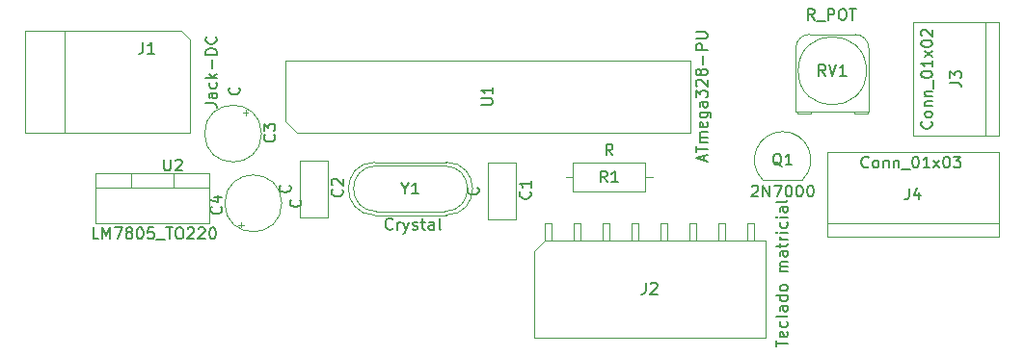
<source format=gbr>
%TF.GenerationSoftware,KiCad,Pcbnew,(5.1.9)-1*%
%TF.CreationDate,2021-03-27T12:54:39-03:00*%
%TF.ProjectId,layout3,6c61796f-7574-4332-9e6b-696361645f70,rev?*%
%TF.SameCoordinates,Original*%
%TF.FileFunction,Other,Fab,Top*%
%FSLAX46Y46*%
G04 Gerber Fmt 4.6, Leading zero omitted, Abs format (unit mm)*
G04 Created by KiCad (PCBNEW (5.1.9)-1) date 2021-03-27 12:54:39*
%MOMM*%
%LPD*%
G01*
G04 APERTURE LIST*
%ADD10C,0.100000*%
%ADD11C,0.150000*%
G04 APERTURE END LIST*
D10*
%TO.C,J1*%
X83054787Y-70678575D02*
X83858000Y-71434000D01*
X72858000Y-70684000D02*
X72858000Y-79684000D01*
X69358000Y-70684000D02*
X69358000Y-79684000D01*
X69358000Y-79684000D02*
X83858000Y-79684000D01*
X83858000Y-79684000D02*
X83858000Y-71434000D01*
X83058000Y-70684000D02*
X69358000Y-70684000D01*
%TO.C,C4*%
X91908000Y-85872000D02*
G75*
G03*
X91908000Y-85872000I-2500000J0D01*
G01*
X88320500Y-88005605D02*
X88320500Y-87505605D01*
X88070500Y-87755605D02*
X88570500Y-87755605D01*
%TO.C,R1*%
X116840000Y-83566000D02*
X117500000Y-83566000D01*
X124460000Y-83566000D02*
X123800000Y-83566000D01*
X117500000Y-84816000D02*
X123800000Y-84816000D01*
X117500000Y-82316000D02*
X117500000Y-84816000D01*
X123800000Y-82316000D02*
X117500000Y-82316000D01*
X123800000Y-84816000D02*
X123800000Y-82316000D01*
%TO.C,Q1*%
X134120000Y-83792000D02*
X137620000Y-83792000D01*
X137643625Y-83795625D02*
G75*
G03*
X135890000Y-79562000I-1753625J1753625D01*
G01*
X134136375Y-83795625D02*
G75*
G02*
X135890000Y-79562000I1753625J1753625D01*
G01*
%TO.C,J2*%
X133396000Y-87630000D02*
X132796000Y-87630000D01*
X133396000Y-89150000D02*
X133396000Y-87630000D01*
X132796000Y-87630000D02*
X132796000Y-89150000D01*
X130856000Y-87630000D02*
X130256000Y-87630000D01*
X130856000Y-89150000D02*
X130856000Y-87630000D01*
X130256000Y-87630000D02*
X130256000Y-89150000D01*
X128316000Y-87630000D02*
X127716000Y-87630000D01*
X128316000Y-89150000D02*
X128316000Y-87630000D01*
X127716000Y-87630000D02*
X127716000Y-89150000D01*
X125776000Y-87630000D02*
X125176000Y-87630000D01*
X125776000Y-89150000D02*
X125776000Y-87630000D01*
X125176000Y-87630000D02*
X125176000Y-89150000D01*
X123236000Y-87630000D02*
X122636000Y-87630000D01*
X123236000Y-89150000D02*
X123236000Y-87630000D01*
X122636000Y-87630000D02*
X122636000Y-89150000D01*
X120696000Y-87630000D02*
X120096000Y-87630000D01*
X120696000Y-89150000D02*
X120696000Y-87630000D01*
X120096000Y-87630000D02*
X120096000Y-89150000D01*
X118156000Y-87630000D02*
X117556000Y-87630000D01*
X118156000Y-89150000D02*
X118156000Y-87630000D01*
X117556000Y-87630000D02*
X117556000Y-89150000D01*
X115616000Y-87630000D02*
X115016000Y-87630000D01*
X115616000Y-89150000D02*
X115616000Y-87630000D01*
X115016000Y-87630000D02*
X115016000Y-89150000D01*
X134366000Y-97660000D02*
X114046000Y-97660000D01*
X134366000Y-89150000D02*
X134366000Y-97660000D01*
X115016000Y-89150000D02*
X134366000Y-89150000D01*
X114046000Y-90120000D02*
X115016000Y-89150000D01*
X114046000Y-97660000D02*
X114046000Y-90120000D01*
%TO.C,J3*%
X153680000Y-79880000D02*
X153680000Y-69980000D01*
X147380000Y-79930000D02*
X154880000Y-79930000D01*
X154880000Y-79930000D02*
X154880000Y-69930000D01*
X154880000Y-69930000D02*
X147380000Y-69930000D01*
X147380000Y-69930000D02*
X147380000Y-79930000D01*
%TO.C,J4*%
X139770000Y-87640000D02*
X154870000Y-87640000D01*
X139770000Y-81340000D02*
X154870000Y-81340000D01*
X154870000Y-81340000D02*
X154870000Y-88840000D01*
X154870000Y-88840000D02*
X139770000Y-88840000D01*
X139770000Y-88840000D02*
X139770000Y-81340000D01*
%TO.C,U2*%
X75518000Y-83210000D02*
X75518000Y-87610000D01*
X75518000Y-87610000D02*
X85518000Y-87610000D01*
X85518000Y-87610000D02*
X85518000Y-83210000D01*
X85518000Y-83210000D02*
X75518000Y-83210000D01*
X75518000Y-84480000D02*
X85518000Y-84480000D01*
X78668000Y-83210000D02*
X78668000Y-84480000D01*
X82368000Y-83210000D02*
X82368000Y-84480000D01*
%TO.C,Y1*%
X106214000Y-82582000D02*
X100214000Y-82582000D01*
X106214000Y-86582000D02*
X100214000Y-86582000D01*
X106339000Y-82257000D02*
X100089000Y-82257000D01*
X106339000Y-86907000D02*
X100089000Y-86907000D01*
X100214000Y-82582000D02*
G75*
G03*
X100214000Y-86582000I0J-2000000D01*
G01*
X106214000Y-82582000D02*
G75*
G02*
X106214000Y-86582000I0J-2000000D01*
G01*
X100089000Y-82257000D02*
G75*
G03*
X100089000Y-86907000I0J-2325000D01*
G01*
X106339000Y-82257000D02*
G75*
G02*
X106339000Y-86907000I0J-2325000D01*
G01*
%TO.C,C1*%
X112502000Y-87316000D02*
X112502000Y-82316000D01*
X110002000Y-87316000D02*
X112502000Y-87316000D01*
X110002000Y-82316000D02*
X110002000Y-87316000D01*
X112502000Y-82316000D02*
X110002000Y-82316000D01*
%TO.C,C2*%
X95992000Y-82102000D02*
X93492000Y-82102000D01*
X93492000Y-82102000D02*
X93492000Y-87102000D01*
X93492000Y-87102000D02*
X95992000Y-87102000D01*
X95992000Y-87102000D02*
X95992000Y-82102000D01*
%TO.C,C3*%
X88967500Y-77852395D02*
X88467500Y-77852395D01*
X88717500Y-77602395D02*
X88717500Y-78102395D01*
X90130000Y-79736000D02*
G75*
G03*
X90130000Y-79736000I-2500000J0D01*
G01*
%TO.C,U1*%
X92202000Y-78629000D02*
X92202000Y-73279000D01*
X92202000Y-73279000D02*
X127762000Y-73279000D01*
X127762000Y-73279000D02*
X127762000Y-79629000D01*
X127762000Y-79629000D02*
X93202000Y-79629000D01*
X93202000Y-79629000D02*
X92202000Y-78629000D01*
%TO.C,RV1*%
X143248000Y-74208000D02*
G75*
G03*
X143248000Y-74208000I-3000000J0D01*
G01*
X137048000Y-77808000D02*
X143448000Y-77808000D01*
X138348000Y-78008000D02*
X138348000Y-77808000D01*
X137148000Y-78008000D02*
X138338000Y-78008000D01*
X137148000Y-77808000D02*
X137148000Y-78008000D01*
X142148000Y-78008000D02*
X142148000Y-77808000D01*
X143348000Y-78008000D02*
X142148000Y-78008000D01*
X143348000Y-77808000D02*
X143348000Y-78008000D01*
X143448000Y-72208000D02*
X143448000Y-77808000D01*
X137048000Y-72208000D02*
X137048000Y-77808000D01*
X142248000Y-71008000D02*
X138248000Y-71008000D01*
X142248000Y-71008000D02*
G75*
G02*
X143448000Y-72208000I0J-1200000D01*
G01*
X137048000Y-72208000D02*
G75*
G02*
X138248000Y-71008000I1200000J0D01*
G01*
%TD*%
%TO.C,J1*%
D11*
X85202780Y-77082304D02*
X85917066Y-77082304D01*
X86059923Y-77129923D01*
X86155161Y-77225161D01*
X86202780Y-77368019D01*
X86202780Y-77463257D01*
X86202780Y-76177542D02*
X85678971Y-76177542D01*
X85583733Y-76225161D01*
X85536114Y-76320400D01*
X85536114Y-76510876D01*
X85583733Y-76606114D01*
X86155161Y-76177542D02*
X86202780Y-76272780D01*
X86202780Y-76510876D01*
X86155161Y-76606114D01*
X86059923Y-76653733D01*
X85964685Y-76653733D01*
X85869447Y-76606114D01*
X85821828Y-76510876D01*
X85821828Y-76272780D01*
X85774209Y-76177542D01*
X86155161Y-75272780D02*
X86202780Y-75368019D01*
X86202780Y-75558495D01*
X86155161Y-75653733D01*
X86107542Y-75701352D01*
X86012304Y-75748971D01*
X85726590Y-75748971D01*
X85631352Y-75701352D01*
X85583733Y-75653733D01*
X85536114Y-75558495D01*
X85536114Y-75368019D01*
X85583733Y-75272780D01*
X86202780Y-74844209D02*
X85202780Y-74844209D01*
X85821828Y-74748971D02*
X86202780Y-74463257D01*
X85536114Y-74463257D02*
X85917066Y-74844209D01*
X85821828Y-74034685D02*
X85821828Y-73272780D01*
X86202780Y-72796590D02*
X85202780Y-72796590D01*
X85202780Y-72558495D01*
X85250400Y-72415638D01*
X85345638Y-72320400D01*
X85440876Y-72272780D01*
X85631352Y-72225161D01*
X85774209Y-72225161D01*
X85964685Y-72272780D01*
X86059923Y-72320400D01*
X86155161Y-72415638D01*
X86202780Y-72558495D01*
X86202780Y-72796590D01*
X86107542Y-71225161D02*
X86155161Y-71272780D01*
X86202780Y-71415638D01*
X86202780Y-71510876D01*
X86155161Y-71653733D01*
X86059923Y-71748971D01*
X85964685Y-71796590D01*
X85774209Y-71844209D01*
X85631352Y-71844209D01*
X85440876Y-71796590D01*
X85345638Y-71748971D01*
X85250400Y-71653733D01*
X85202780Y-71510876D01*
X85202780Y-71415638D01*
X85250400Y-71272780D01*
X85298019Y-71225161D01*
X79724666Y-71686380D02*
X79724666Y-72400666D01*
X79677047Y-72543523D01*
X79581809Y-72638761D01*
X79438952Y-72686380D01*
X79343714Y-72686380D01*
X80724666Y-72686380D02*
X80153238Y-72686380D01*
X80438952Y-72686380D02*
X80438952Y-71686380D01*
X80343714Y-71829238D01*
X80248476Y-71924476D01*
X80153238Y-71972095D01*
%TO.C,C4*%
X93515142Y-85562476D02*
X93562761Y-85610095D01*
X93610380Y-85752952D01*
X93610380Y-85848190D01*
X93562761Y-85991047D01*
X93467523Y-86086285D01*
X93372285Y-86133904D01*
X93181809Y-86181523D01*
X93038952Y-86181523D01*
X92848476Y-86133904D01*
X92753238Y-86086285D01*
X92658000Y-85991047D01*
X92610380Y-85848190D01*
X92610380Y-85752952D01*
X92658000Y-85610095D01*
X92705619Y-85562476D01*
X86564742Y-86171066D02*
X86612361Y-86218685D01*
X86659980Y-86361542D01*
X86659980Y-86456780D01*
X86612361Y-86599638D01*
X86517123Y-86694876D01*
X86421885Y-86742495D01*
X86231409Y-86790114D01*
X86088552Y-86790114D01*
X85898076Y-86742495D01*
X85802838Y-86694876D01*
X85707600Y-86599638D01*
X85659980Y-86456780D01*
X85659980Y-86361542D01*
X85707600Y-86218685D01*
X85755219Y-86171066D01*
X85993314Y-85313923D02*
X86659980Y-85313923D01*
X85612361Y-85552019D02*
X86326647Y-85790114D01*
X86326647Y-85171066D01*
%TO.C,R1*%
X120959523Y-81648380D02*
X120626190Y-81172190D01*
X120388095Y-81648380D02*
X120388095Y-80648380D01*
X120769047Y-80648380D01*
X120864285Y-80696000D01*
X120911904Y-80743619D01*
X120959523Y-80838857D01*
X120959523Y-80981714D01*
X120911904Y-81076952D01*
X120864285Y-81124571D01*
X120769047Y-81172190D01*
X120388095Y-81172190D01*
X120483333Y-84018380D02*
X120150000Y-83542190D01*
X119911904Y-84018380D02*
X119911904Y-83018380D01*
X120292857Y-83018380D01*
X120388095Y-83066000D01*
X120435714Y-83113619D01*
X120483333Y-83208857D01*
X120483333Y-83351714D01*
X120435714Y-83446952D01*
X120388095Y-83494571D01*
X120292857Y-83542190D01*
X119911904Y-83542190D01*
X121435714Y-84018380D02*
X120864285Y-84018380D01*
X121150000Y-84018380D02*
X121150000Y-83018380D01*
X121054761Y-83161238D01*
X120959523Y-83256476D01*
X120864285Y-83304095D01*
%TO.C,Q1*%
X133175714Y-84379619D02*
X133223333Y-84332000D01*
X133318571Y-84284380D01*
X133556666Y-84284380D01*
X133651904Y-84332000D01*
X133699523Y-84379619D01*
X133747142Y-84474857D01*
X133747142Y-84570095D01*
X133699523Y-84712952D01*
X133128095Y-85284380D01*
X133747142Y-85284380D01*
X134175714Y-85284380D02*
X134175714Y-84284380D01*
X134747142Y-85284380D01*
X134747142Y-84284380D01*
X135128095Y-84284380D02*
X135794761Y-84284380D01*
X135366190Y-85284380D01*
X136366190Y-84284380D02*
X136461428Y-84284380D01*
X136556666Y-84332000D01*
X136604285Y-84379619D01*
X136651904Y-84474857D01*
X136699523Y-84665333D01*
X136699523Y-84903428D01*
X136651904Y-85093904D01*
X136604285Y-85189142D01*
X136556666Y-85236761D01*
X136461428Y-85284380D01*
X136366190Y-85284380D01*
X136270952Y-85236761D01*
X136223333Y-85189142D01*
X136175714Y-85093904D01*
X136128095Y-84903428D01*
X136128095Y-84665333D01*
X136175714Y-84474857D01*
X136223333Y-84379619D01*
X136270952Y-84332000D01*
X136366190Y-84284380D01*
X137318571Y-84284380D02*
X137413809Y-84284380D01*
X137509047Y-84332000D01*
X137556666Y-84379619D01*
X137604285Y-84474857D01*
X137651904Y-84665333D01*
X137651904Y-84903428D01*
X137604285Y-85093904D01*
X137556666Y-85189142D01*
X137509047Y-85236761D01*
X137413809Y-85284380D01*
X137318571Y-85284380D01*
X137223333Y-85236761D01*
X137175714Y-85189142D01*
X137128095Y-85093904D01*
X137080476Y-84903428D01*
X137080476Y-84665333D01*
X137128095Y-84474857D01*
X137175714Y-84379619D01*
X137223333Y-84332000D01*
X137318571Y-84284380D01*
X138270952Y-84284380D02*
X138366190Y-84284380D01*
X138461428Y-84332000D01*
X138509047Y-84379619D01*
X138556666Y-84474857D01*
X138604285Y-84665333D01*
X138604285Y-84903428D01*
X138556666Y-85093904D01*
X138509047Y-85189142D01*
X138461428Y-85236761D01*
X138366190Y-85284380D01*
X138270952Y-85284380D01*
X138175714Y-85236761D01*
X138128095Y-85189142D01*
X138080476Y-85093904D01*
X138032857Y-84903428D01*
X138032857Y-84665333D01*
X138080476Y-84474857D01*
X138128095Y-84379619D01*
X138175714Y-84332000D01*
X138270952Y-84284380D01*
X135794761Y-82589619D02*
X135699523Y-82542000D01*
X135604285Y-82446761D01*
X135461428Y-82303904D01*
X135366190Y-82256285D01*
X135270952Y-82256285D01*
X135318571Y-82494380D02*
X135223333Y-82446761D01*
X135128095Y-82351523D01*
X135080476Y-82161047D01*
X135080476Y-81827714D01*
X135128095Y-81637238D01*
X135223333Y-81542000D01*
X135318571Y-81494380D01*
X135509047Y-81494380D01*
X135604285Y-81542000D01*
X135699523Y-81637238D01*
X135747142Y-81827714D01*
X135747142Y-82161047D01*
X135699523Y-82351523D01*
X135604285Y-82446761D01*
X135509047Y-82494380D01*
X135318571Y-82494380D01*
X136699523Y-82494380D02*
X136128095Y-82494380D01*
X136413809Y-82494380D02*
X136413809Y-81494380D01*
X136318571Y-81637238D01*
X136223333Y-81732476D01*
X136128095Y-81780095D01*
%TO.C,J2*%
X135318380Y-98486190D02*
X135318380Y-97914761D01*
X136318380Y-98200476D02*
X135318380Y-98200476D01*
X136270761Y-97200476D02*
X136318380Y-97295714D01*
X136318380Y-97486190D01*
X136270761Y-97581428D01*
X136175523Y-97629047D01*
X135794571Y-97629047D01*
X135699333Y-97581428D01*
X135651714Y-97486190D01*
X135651714Y-97295714D01*
X135699333Y-97200476D01*
X135794571Y-97152857D01*
X135889809Y-97152857D01*
X135985047Y-97629047D01*
X136270761Y-96295714D02*
X136318380Y-96390952D01*
X136318380Y-96581428D01*
X136270761Y-96676666D01*
X136223142Y-96724285D01*
X136127904Y-96771904D01*
X135842190Y-96771904D01*
X135746952Y-96724285D01*
X135699333Y-96676666D01*
X135651714Y-96581428D01*
X135651714Y-96390952D01*
X135699333Y-96295714D01*
X136318380Y-95724285D02*
X136270761Y-95819523D01*
X136175523Y-95867142D01*
X135318380Y-95867142D01*
X136318380Y-94914761D02*
X135794571Y-94914761D01*
X135699333Y-94962380D01*
X135651714Y-95057619D01*
X135651714Y-95248095D01*
X135699333Y-95343333D01*
X136270761Y-94914761D02*
X136318380Y-95010000D01*
X136318380Y-95248095D01*
X136270761Y-95343333D01*
X136175523Y-95390952D01*
X136080285Y-95390952D01*
X135985047Y-95343333D01*
X135937428Y-95248095D01*
X135937428Y-95010000D01*
X135889809Y-94914761D01*
X136318380Y-94010000D02*
X135318380Y-94010000D01*
X136270761Y-94010000D02*
X136318380Y-94105238D01*
X136318380Y-94295714D01*
X136270761Y-94390952D01*
X136223142Y-94438571D01*
X136127904Y-94486190D01*
X135842190Y-94486190D01*
X135746952Y-94438571D01*
X135699333Y-94390952D01*
X135651714Y-94295714D01*
X135651714Y-94105238D01*
X135699333Y-94010000D01*
X136318380Y-93390952D02*
X136270761Y-93486190D01*
X136223142Y-93533809D01*
X136127904Y-93581428D01*
X135842190Y-93581428D01*
X135746952Y-93533809D01*
X135699333Y-93486190D01*
X135651714Y-93390952D01*
X135651714Y-93248095D01*
X135699333Y-93152857D01*
X135746952Y-93105238D01*
X135842190Y-93057619D01*
X136127904Y-93057619D01*
X136223142Y-93105238D01*
X136270761Y-93152857D01*
X136318380Y-93248095D01*
X136318380Y-93390952D01*
X136318380Y-91867142D02*
X135651714Y-91867142D01*
X135746952Y-91867142D02*
X135699333Y-91819523D01*
X135651714Y-91724285D01*
X135651714Y-91581428D01*
X135699333Y-91486190D01*
X135794571Y-91438571D01*
X136318380Y-91438571D01*
X135794571Y-91438571D02*
X135699333Y-91390952D01*
X135651714Y-91295714D01*
X135651714Y-91152857D01*
X135699333Y-91057619D01*
X135794571Y-91010000D01*
X136318380Y-91010000D01*
X136318380Y-90105238D02*
X135794571Y-90105238D01*
X135699333Y-90152857D01*
X135651714Y-90248095D01*
X135651714Y-90438571D01*
X135699333Y-90533809D01*
X136270761Y-90105238D02*
X136318380Y-90200476D01*
X136318380Y-90438571D01*
X136270761Y-90533809D01*
X136175523Y-90581428D01*
X136080285Y-90581428D01*
X135985047Y-90533809D01*
X135937428Y-90438571D01*
X135937428Y-90200476D01*
X135889809Y-90105238D01*
X135651714Y-89771904D02*
X135651714Y-89390952D01*
X135318380Y-89629047D02*
X136175523Y-89629047D01*
X136270761Y-89581428D01*
X136318380Y-89486190D01*
X136318380Y-89390952D01*
X136318380Y-89057619D02*
X135651714Y-89057619D01*
X135842190Y-89057619D02*
X135746952Y-89010000D01*
X135699333Y-88962380D01*
X135651714Y-88867142D01*
X135651714Y-88771904D01*
X136318380Y-88438571D02*
X135651714Y-88438571D01*
X135318380Y-88438571D02*
X135366000Y-88486190D01*
X135413619Y-88438571D01*
X135366000Y-88390952D01*
X135318380Y-88438571D01*
X135413619Y-88438571D01*
X136270761Y-87533809D02*
X136318380Y-87629047D01*
X136318380Y-87819523D01*
X136270761Y-87914761D01*
X136223142Y-87962380D01*
X136127904Y-88010000D01*
X135842190Y-88010000D01*
X135746952Y-87962380D01*
X135699333Y-87914761D01*
X135651714Y-87819523D01*
X135651714Y-87629047D01*
X135699333Y-87533809D01*
X136318380Y-87105238D02*
X135651714Y-87105238D01*
X135318380Y-87105238D02*
X135366000Y-87152857D01*
X135413619Y-87105238D01*
X135366000Y-87057619D01*
X135318380Y-87105238D01*
X135413619Y-87105238D01*
X136318380Y-86200476D02*
X135794571Y-86200476D01*
X135699333Y-86248095D01*
X135651714Y-86343333D01*
X135651714Y-86533809D01*
X135699333Y-86629047D01*
X136270761Y-86200476D02*
X136318380Y-86295714D01*
X136318380Y-86533809D01*
X136270761Y-86629047D01*
X136175523Y-86676666D01*
X136080285Y-86676666D01*
X135985047Y-86629047D01*
X135937428Y-86533809D01*
X135937428Y-86295714D01*
X135889809Y-86200476D01*
X136318380Y-85581428D02*
X136270761Y-85676666D01*
X136175523Y-85724285D01*
X135318380Y-85724285D01*
X123872666Y-92857380D02*
X123872666Y-93571666D01*
X123825047Y-93714523D01*
X123729809Y-93809761D01*
X123586952Y-93857380D01*
X123491714Y-93857380D01*
X124301238Y-92952619D02*
X124348857Y-92905000D01*
X124444095Y-92857380D01*
X124682190Y-92857380D01*
X124777428Y-92905000D01*
X124825047Y-92952619D01*
X124872666Y-93047857D01*
X124872666Y-93143095D01*
X124825047Y-93285952D01*
X124253619Y-93857380D01*
X124872666Y-93857380D01*
%TO.C,J3*%
X148947142Y-78668095D02*
X148994761Y-78715714D01*
X149042380Y-78858571D01*
X149042380Y-78953809D01*
X148994761Y-79096666D01*
X148899523Y-79191904D01*
X148804285Y-79239523D01*
X148613809Y-79287142D01*
X148470952Y-79287142D01*
X148280476Y-79239523D01*
X148185238Y-79191904D01*
X148090000Y-79096666D01*
X148042380Y-78953809D01*
X148042380Y-78858571D01*
X148090000Y-78715714D01*
X148137619Y-78668095D01*
X149042380Y-78096666D02*
X148994761Y-78191904D01*
X148947142Y-78239523D01*
X148851904Y-78287142D01*
X148566190Y-78287142D01*
X148470952Y-78239523D01*
X148423333Y-78191904D01*
X148375714Y-78096666D01*
X148375714Y-77953809D01*
X148423333Y-77858571D01*
X148470952Y-77810952D01*
X148566190Y-77763333D01*
X148851904Y-77763333D01*
X148947142Y-77810952D01*
X148994761Y-77858571D01*
X149042380Y-77953809D01*
X149042380Y-78096666D01*
X148375714Y-77334761D02*
X149042380Y-77334761D01*
X148470952Y-77334761D02*
X148423333Y-77287142D01*
X148375714Y-77191904D01*
X148375714Y-77049047D01*
X148423333Y-76953809D01*
X148518571Y-76906190D01*
X149042380Y-76906190D01*
X148375714Y-76430000D02*
X149042380Y-76430000D01*
X148470952Y-76430000D02*
X148423333Y-76382380D01*
X148375714Y-76287142D01*
X148375714Y-76144285D01*
X148423333Y-76049047D01*
X148518571Y-76001428D01*
X149042380Y-76001428D01*
X149137619Y-75763333D02*
X149137619Y-75001428D01*
X148042380Y-74572857D02*
X148042380Y-74477619D01*
X148090000Y-74382380D01*
X148137619Y-74334761D01*
X148232857Y-74287142D01*
X148423333Y-74239523D01*
X148661428Y-74239523D01*
X148851904Y-74287142D01*
X148947142Y-74334761D01*
X148994761Y-74382380D01*
X149042380Y-74477619D01*
X149042380Y-74572857D01*
X148994761Y-74668095D01*
X148947142Y-74715714D01*
X148851904Y-74763333D01*
X148661428Y-74810952D01*
X148423333Y-74810952D01*
X148232857Y-74763333D01*
X148137619Y-74715714D01*
X148090000Y-74668095D01*
X148042380Y-74572857D01*
X149042380Y-73287142D02*
X149042380Y-73858571D01*
X149042380Y-73572857D02*
X148042380Y-73572857D01*
X148185238Y-73668095D01*
X148280476Y-73763333D01*
X148328095Y-73858571D01*
X149042380Y-72953809D02*
X148375714Y-72430000D01*
X148375714Y-72953809D02*
X149042380Y-72430000D01*
X148042380Y-71858571D02*
X148042380Y-71763333D01*
X148090000Y-71668095D01*
X148137619Y-71620476D01*
X148232857Y-71572857D01*
X148423333Y-71525238D01*
X148661428Y-71525238D01*
X148851904Y-71572857D01*
X148947142Y-71620476D01*
X148994761Y-71668095D01*
X149042380Y-71763333D01*
X149042380Y-71858571D01*
X148994761Y-71953809D01*
X148947142Y-72001428D01*
X148851904Y-72049047D01*
X148661428Y-72096666D01*
X148423333Y-72096666D01*
X148232857Y-72049047D01*
X148137619Y-72001428D01*
X148090000Y-71953809D01*
X148042380Y-71858571D01*
X148137619Y-71144285D02*
X148090000Y-71096666D01*
X148042380Y-71001428D01*
X148042380Y-70763333D01*
X148090000Y-70668095D01*
X148137619Y-70620476D01*
X148232857Y-70572857D01*
X148328095Y-70572857D01*
X148470952Y-70620476D01*
X149042380Y-71191904D01*
X149042380Y-70572857D01*
X150582380Y-75263333D02*
X151296666Y-75263333D01*
X151439523Y-75310952D01*
X151534761Y-75406190D01*
X151582380Y-75549047D01*
X151582380Y-75644285D01*
X150582380Y-74882380D02*
X150582380Y-74263333D01*
X150963333Y-74596666D01*
X150963333Y-74453809D01*
X151010952Y-74358571D01*
X151058571Y-74310952D01*
X151153809Y-74263333D01*
X151391904Y-74263333D01*
X151487142Y-74310952D01*
X151534761Y-74358571D01*
X151582380Y-74453809D01*
X151582380Y-74739523D01*
X151534761Y-74834761D01*
X151487142Y-74882380D01*
%TO.C,J4*%
X143429504Y-82653142D02*
X143381885Y-82700761D01*
X143239028Y-82748380D01*
X143143790Y-82748380D01*
X143000933Y-82700761D01*
X142905695Y-82605523D01*
X142858076Y-82510285D01*
X142810457Y-82319809D01*
X142810457Y-82176952D01*
X142858076Y-81986476D01*
X142905695Y-81891238D01*
X143000933Y-81796000D01*
X143143790Y-81748380D01*
X143239028Y-81748380D01*
X143381885Y-81796000D01*
X143429504Y-81843619D01*
X144000933Y-82748380D02*
X143905695Y-82700761D01*
X143858076Y-82653142D01*
X143810457Y-82557904D01*
X143810457Y-82272190D01*
X143858076Y-82176952D01*
X143905695Y-82129333D01*
X144000933Y-82081714D01*
X144143790Y-82081714D01*
X144239028Y-82129333D01*
X144286647Y-82176952D01*
X144334266Y-82272190D01*
X144334266Y-82557904D01*
X144286647Y-82653142D01*
X144239028Y-82700761D01*
X144143790Y-82748380D01*
X144000933Y-82748380D01*
X144762838Y-82081714D02*
X144762838Y-82748380D01*
X144762838Y-82176952D02*
X144810457Y-82129333D01*
X144905695Y-82081714D01*
X145048552Y-82081714D01*
X145143790Y-82129333D01*
X145191409Y-82224571D01*
X145191409Y-82748380D01*
X145667600Y-82081714D02*
X145667600Y-82748380D01*
X145667600Y-82176952D02*
X145715219Y-82129333D01*
X145810457Y-82081714D01*
X145953314Y-82081714D01*
X146048552Y-82129333D01*
X146096171Y-82224571D01*
X146096171Y-82748380D01*
X146334266Y-82843619D02*
X147096171Y-82843619D01*
X147524742Y-81748380D02*
X147619980Y-81748380D01*
X147715219Y-81796000D01*
X147762838Y-81843619D01*
X147810457Y-81938857D01*
X147858076Y-82129333D01*
X147858076Y-82367428D01*
X147810457Y-82557904D01*
X147762838Y-82653142D01*
X147715219Y-82700761D01*
X147619980Y-82748380D01*
X147524742Y-82748380D01*
X147429504Y-82700761D01*
X147381885Y-82653142D01*
X147334266Y-82557904D01*
X147286647Y-82367428D01*
X147286647Y-82129333D01*
X147334266Y-81938857D01*
X147381885Y-81843619D01*
X147429504Y-81796000D01*
X147524742Y-81748380D01*
X148810457Y-82748380D02*
X148239028Y-82748380D01*
X148524742Y-82748380D02*
X148524742Y-81748380D01*
X148429504Y-81891238D01*
X148334266Y-81986476D01*
X148239028Y-82034095D01*
X149143790Y-82748380D02*
X149667600Y-82081714D01*
X149143790Y-82081714D02*
X149667600Y-82748380D01*
X150239028Y-81748380D02*
X150334266Y-81748380D01*
X150429504Y-81796000D01*
X150477123Y-81843619D01*
X150524742Y-81938857D01*
X150572361Y-82129333D01*
X150572361Y-82367428D01*
X150524742Y-82557904D01*
X150477123Y-82653142D01*
X150429504Y-82700761D01*
X150334266Y-82748380D01*
X150239028Y-82748380D01*
X150143790Y-82700761D01*
X150096171Y-82653142D01*
X150048552Y-82557904D01*
X150000933Y-82367428D01*
X150000933Y-82129333D01*
X150048552Y-81938857D01*
X150096171Y-81843619D01*
X150143790Y-81796000D01*
X150239028Y-81748380D01*
X150905695Y-81748380D02*
X151524742Y-81748380D01*
X151191409Y-82129333D01*
X151334266Y-82129333D01*
X151429504Y-82176952D01*
X151477123Y-82224571D01*
X151524742Y-82319809D01*
X151524742Y-82557904D01*
X151477123Y-82653142D01*
X151429504Y-82700761D01*
X151334266Y-82748380D01*
X151048552Y-82748380D01*
X150953314Y-82700761D01*
X150905695Y-82653142D01*
X146986666Y-84542380D02*
X146986666Y-85256666D01*
X146939047Y-85399523D01*
X146843809Y-85494761D01*
X146700952Y-85542380D01*
X146605714Y-85542380D01*
X147891428Y-84875714D02*
X147891428Y-85542380D01*
X147653333Y-84494761D02*
X147415238Y-85209047D01*
X148034285Y-85209047D01*
%TO.C,U2*%
X75840247Y-88996780D02*
X75364057Y-88996780D01*
X75364057Y-87996780D01*
X76173580Y-88996780D02*
X76173580Y-87996780D01*
X76506914Y-88711066D01*
X76840247Y-87996780D01*
X76840247Y-88996780D01*
X77221200Y-87996780D02*
X77887866Y-87996780D01*
X77459295Y-88996780D01*
X78411676Y-88425352D02*
X78316438Y-88377733D01*
X78268819Y-88330114D01*
X78221200Y-88234876D01*
X78221200Y-88187257D01*
X78268819Y-88092019D01*
X78316438Y-88044400D01*
X78411676Y-87996780D01*
X78602152Y-87996780D01*
X78697390Y-88044400D01*
X78745009Y-88092019D01*
X78792628Y-88187257D01*
X78792628Y-88234876D01*
X78745009Y-88330114D01*
X78697390Y-88377733D01*
X78602152Y-88425352D01*
X78411676Y-88425352D01*
X78316438Y-88472971D01*
X78268819Y-88520590D01*
X78221200Y-88615828D01*
X78221200Y-88806304D01*
X78268819Y-88901542D01*
X78316438Y-88949161D01*
X78411676Y-88996780D01*
X78602152Y-88996780D01*
X78697390Y-88949161D01*
X78745009Y-88901542D01*
X78792628Y-88806304D01*
X78792628Y-88615828D01*
X78745009Y-88520590D01*
X78697390Y-88472971D01*
X78602152Y-88425352D01*
X79411676Y-87996780D02*
X79506914Y-87996780D01*
X79602152Y-88044400D01*
X79649771Y-88092019D01*
X79697390Y-88187257D01*
X79745009Y-88377733D01*
X79745009Y-88615828D01*
X79697390Y-88806304D01*
X79649771Y-88901542D01*
X79602152Y-88949161D01*
X79506914Y-88996780D01*
X79411676Y-88996780D01*
X79316438Y-88949161D01*
X79268819Y-88901542D01*
X79221200Y-88806304D01*
X79173580Y-88615828D01*
X79173580Y-88377733D01*
X79221200Y-88187257D01*
X79268819Y-88092019D01*
X79316438Y-88044400D01*
X79411676Y-87996780D01*
X80649771Y-87996780D02*
X80173580Y-87996780D01*
X80125961Y-88472971D01*
X80173580Y-88425352D01*
X80268819Y-88377733D01*
X80506914Y-88377733D01*
X80602152Y-88425352D01*
X80649771Y-88472971D01*
X80697390Y-88568209D01*
X80697390Y-88806304D01*
X80649771Y-88901542D01*
X80602152Y-88949161D01*
X80506914Y-88996780D01*
X80268819Y-88996780D01*
X80173580Y-88949161D01*
X80125961Y-88901542D01*
X80887866Y-89092019D02*
X81649771Y-89092019D01*
X81745009Y-87996780D02*
X82316438Y-87996780D01*
X82030723Y-88996780D02*
X82030723Y-87996780D01*
X82840247Y-87996780D02*
X83030723Y-87996780D01*
X83125961Y-88044400D01*
X83221200Y-88139638D01*
X83268819Y-88330114D01*
X83268819Y-88663447D01*
X83221200Y-88853923D01*
X83125961Y-88949161D01*
X83030723Y-88996780D01*
X82840247Y-88996780D01*
X82745009Y-88949161D01*
X82649771Y-88853923D01*
X82602152Y-88663447D01*
X82602152Y-88330114D01*
X82649771Y-88139638D01*
X82745009Y-88044400D01*
X82840247Y-87996780D01*
X83649771Y-88092019D02*
X83697390Y-88044400D01*
X83792628Y-87996780D01*
X84030723Y-87996780D01*
X84125961Y-88044400D01*
X84173580Y-88092019D01*
X84221200Y-88187257D01*
X84221200Y-88282495D01*
X84173580Y-88425352D01*
X83602152Y-88996780D01*
X84221200Y-88996780D01*
X84602152Y-88092019D02*
X84649771Y-88044400D01*
X84745009Y-87996780D01*
X84983104Y-87996780D01*
X85078342Y-88044400D01*
X85125961Y-88092019D01*
X85173580Y-88187257D01*
X85173580Y-88282495D01*
X85125961Y-88425352D01*
X84554533Y-88996780D01*
X85173580Y-88996780D01*
X85792628Y-87996780D02*
X85887866Y-87996780D01*
X85983104Y-88044400D01*
X86030723Y-88092019D01*
X86078342Y-88187257D01*
X86125961Y-88377733D01*
X86125961Y-88615828D01*
X86078342Y-88806304D01*
X86030723Y-88901542D01*
X85983104Y-88949161D01*
X85887866Y-88996780D01*
X85792628Y-88996780D01*
X85697390Y-88949161D01*
X85649771Y-88901542D01*
X85602152Y-88806304D01*
X85554533Y-88615828D01*
X85554533Y-88377733D01*
X85602152Y-88187257D01*
X85649771Y-88092019D01*
X85697390Y-88044400D01*
X85792628Y-87996780D01*
X81584895Y-82002380D02*
X81584895Y-82811904D01*
X81632514Y-82907142D01*
X81680133Y-82954761D01*
X81775371Y-83002380D01*
X81965847Y-83002380D01*
X82061085Y-82954761D01*
X82108704Y-82907142D01*
X82156323Y-82811904D01*
X82156323Y-82002380D01*
X82584895Y-82097619D02*
X82632514Y-82050000D01*
X82727752Y-82002380D01*
X82965847Y-82002380D01*
X83061085Y-82050000D01*
X83108704Y-82097619D01*
X83156323Y-82192857D01*
X83156323Y-82288095D01*
X83108704Y-82430952D01*
X82537276Y-83002380D01*
X83156323Y-83002380D01*
%TO.C,Y1*%
X101643085Y-88088742D02*
X101595466Y-88136361D01*
X101452609Y-88183980D01*
X101357371Y-88183980D01*
X101214514Y-88136361D01*
X101119276Y-88041123D01*
X101071657Y-87945885D01*
X101024038Y-87755409D01*
X101024038Y-87612552D01*
X101071657Y-87422076D01*
X101119276Y-87326838D01*
X101214514Y-87231600D01*
X101357371Y-87183980D01*
X101452609Y-87183980D01*
X101595466Y-87231600D01*
X101643085Y-87279219D01*
X102071657Y-88183980D02*
X102071657Y-87517314D01*
X102071657Y-87707790D02*
X102119276Y-87612552D01*
X102166895Y-87564933D01*
X102262133Y-87517314D01*
X102357371Y-87517314D01*
X102595466Y-87517314D02*
X102833561Y-88183980D01*
X103071657Y-87517314D02*
X102833561Y-88183980D01*
X102738323Y-88422076D01*
X102690704Y-88469695D01*
X102595466Y-88517314D01*
X103404990Y-88136361D02*
X103500228Y-88183980D01*
X103690704Y-88183980D01*
X103785942Y-88136361D01*
X103833561Y-88041123D01*
X103833561Y-87993504D01*
X103785942Y-87898266D01*
X103690704Y-87850647D01*
X103547847Y-87850647D01*
X103452609Y-87803028D01*
X103404990Y-87707790D01*
X103404990Y-87660171D01*
X103452609Y-87564933D01*
X103547847Y-87517314D01*
X103690704Y-87517314D01*
X103785942Y-87564933D01*
X104119276Y-87517314D02*
X104500228Y-87517314D01*
X104262133Y-87183980D02*
X104262133Y-88041123D01*
X104309752Y-88136361D01*
X104404990Y-88183980D01*
X104500228Y-88183980D01*
X105262133Y-88183980D02*
X105262133Y-87660171D01*
X105214514Y-87564933D01*
X105119276Y-87517314D01*
X104928800Y-87517314D01*
X104833561Y-87564933D01*
X105262133Y-88136361D02*
X105166895Y-88183980D01*
X104928800Y-88183980D01*
X104833561Y-88136361D01*
X104785942Y-88041123D01*
X104785942Y-87945885D01*
X104833561Y-87850647D01*
X104928800Y-87803028D01*
X105166895Y-87803028D01*
X105262133Y-87755409D01*
X105881180Y-88183980D02*
X105785942Y-88136361D01*
X105738323Y-88041123D01*
X105738323Y-87183980D01*
X102737809Y-84558190D02*
X102737809Y-85034380D01*
X102404476Y-84034380D02*
X102737809Y-84558190D01*
X103071142Y-84034380D01*
X103928285Y-85034380D02*
X103356857Y-85034380D01*
X103642571Y-85034380D02*
X103642571Y-84034380D01*
X103547333Y-84177238D01*
X103452095Y-84272476D01*
X103356857Y-84320095D01*
%TO.C,C1*%
X109109142Y-84506476D02*
X109156761Y-84554095D01*
X109204380Y-84696952D01*
X109204380Y-84792190D01*
X109156761Y-84935047D01*
X109061523Y-85030285D01*
X108966285Y-85077904D01*
X108775809Y-85125523D01*
X108632952Y-85125523D01*
X108442476Y-85077904D01*
X108347238Y-85030285D01*
X108252000Y-84935047D01*
X108204380Y-84792190D01*
X108204380Y-84696952D01*
X108252000Y-84554095D01*
X108299619Y-84506476D01*
X113691942Y-84850266D02*
X113739561Y-84897885D01*
X113787180Y-85040742D01*
X113787180Y-85135980D01*
X113739561Y-85278838D01*
X113644323Y-85374076D01*
X113549085Y-85421695D01*
X113358609Y-85469314D01*
X113215752Y-85469314D01*
X113025276Y-85421695D01*
X112930038Y-85374076D01*
X112834800Y-85278838D01*
X112787180Y-85135980D01*
X112787180Y-85040742D01*
X112834800Y-84897885D01*
X112882419Y-84850266D01*
X113787180Y-83897885D02*
X113787180Y-84469314D01*
X113787180Y-84183600D02*
X112787180Y-84183600D01*
X112930038Y-84278838D01*
X113025276Y-84374076D01*
X113072895Y-84469314D01*
%TO.C,C2*%
X92599142Y-84292476D02*
X92646761Y-84340095D01*
X92694380Y-84482952D01*
X92694380Y-84578190D01*
X92646761Y-84721047D01*
X92551523Y-84816285D01*
X92456285Y-84863904D01*
X92265809Y-84911523D01*
X92122952Y-84911523D01*
X91932476Y-84863904D01*
X91837238Y-84816285D01*
X91742000Y-84721047D01*
X91694380Y-84578190D01*
X91694380Y-84482952D01*
X91742000Y-84340095D01*
X91789619Y-84292476D01*
X97181942Y-84647066D02*
X97229561Y-84694685D01*
X97277180Y-84837542D01*
X97277180Y-84932780D01*
X97229561Y-85075638D01*
X97134323Y-85170876D01*
X97039085Y-85218495D01*
X96848609Y-85266114D01*
X96705752Y-85266114D01*
X96515276Y-85218495D01*
X96420038Y-85170876D01*
X96324800Y-85075638D01*
X96277180Y-84932780D01*
X96277180Y-84837542D01*
X96324800Y-84694685D01*
X96372419Y-84647066D01*
X96372419Y-84266114D02*
X96324800Y-84218495D01*
X96277180Y-84123257D01*
X96277180Y-83885161D01*
X96324800Y-83789923D01*
X96372419Y-83742304D01*
X96467657Y-83694685D01*
X96562895Y-83694685D01*
X96705752Y-83742304D01*
X97277180Y-84313733D01*
X97277180Y-83694685D01*
%TO.C,C3*%
X88139542Y-75687276D02*
X88187161Y-75734895D01*
X88234780Y-75877752D01*
X88234780Y-75972990D01*
X88187161Y-76115847D01*
X88091923Y-76211085D01*
X87996685Y-76258704D01*
X87806209Y-76306323D01*
X87663352Y-76306323D01*
X87472876Y-76258704D01*
X87377638Y-76211085D01*
X87282400Y-76115847D01*
X87234780Y-75972990D01*
X87234780Y-75877752D01*
X87282400Y-75734895D01*
X87330019Y-75687276D01*
X91238342Y-79821066D02*
X91285961Y-79868685D01*
X91333580Y-80011542D01*
X91333580Y-80106780D01*
X91285961Y-80249638D01*
X91190723Y-80344876D01*
X91095485Y-80392495D01*
X90905009Y-80440114D01*
X90762152Y-80440114D01*
X90571676Y-80392495D01*
X90476438Y-80344876D01*
X90381200Y-80249638D01*
X90333580Y-80106780D01*
X90333580Y-80011542D01*
X90381200Y-79868685D01*
X90428819Y-79821066D01*
X90333580Y-79487733D02*
X90333580Y-78868685D01*
X90714533Y-79202019D01*
X90714533Y-79059161D01*
X90762152Y-78963923D01*
X90809771Y-78916304D01*
X90905009Y-78868685D01*
X91143104Y-78868685D01*
X91238342Y-78916304D01*
X91285961Y-78963923D01*
X91333580Y-79059161D01*
X91333580Y-79344876D01*
X91285961Y-79440114D01*
X91238342Y-79487733D01*
%TO.C,U1*%
X128988666Y-82144476D02*
X128988666Y-81668285D01*
X129274380Y-82239714D02*
X128274380Y-81906380D01*
X129274380Y-81573047D01*
X128274380Y-81382571D02*
X128274380Y-80811142D01*
X129274380Y-81096857D02*
X128274380Y-81096857D01*
X129274380Y-80477809D02*
X128607714Y-80477809D01*
X128702952Y-80477809D02*
X128655333Y-80430190D01*
X128607714Y-80334952D01*
X128607714Y-80192095D01*
X128655333Y-80096857D01*
X128750571Y-80049238D01*
X129274380Y-80049238D01*
X128750571Y-80049238D02*
X128655333Y-80001619D01*
X128607714Y-79906380D01*
X128607714Y-79763523D01*
X128655333Y-79668285D01*
X128750571Y-79620666D01*
X129274380Y-79620666D01*
X129226761Y-78763523D02*
X129274380Y-78858761D01*
X129274380Y-79049238D01*
X129226761Y-79144476D01*
X129131523Y-79192095D01*
X128750571Y-79192095D01*
X128655333Y-79144476D01*
X128607714Y-79049238D01*
X128607714Y-78858761D01*
X128655333Y-78763523D01*
X128750571Y-78715904D01*
X128845809Y-78715904D01*
X128941047Y-79192095D01*
X128607714Y-77858761D02*
X129417238Y-77858761D01*
X129512476Y-77906380D01*
X129560095Y-77954000D01*
X129607714Y-78049238D01*
X129607714Y-78192095D01*
X129560095Y-78287333D01*
X129226761Y-77858761D02*
X129274380Y-77954000D01*
X129274380Y-78144476D01*
X129226761Y-78239714D01*
X129179142Y-78287333D01*
X129083904Y-78334952D01*
X128798190Y-78334952D01*
X128702952Y-78287333D01*
X128655333Y-78239714D01*
X128607714Y-78144476D01*
X128607714Y-77954000D01*
X128655333Y-77858761D01*
X129274380Y-76954000D02*
X128750571Y-76954000D01*
X128655333Y-77001619D01*
X128607714Y-77096857D01*
X128607714Y-77287333D01*
X128655333Y-77382571D01*
X129226761Y-76954000D02*
X129274380Y-77049238D01*
X129274380Y-77287333D01*
X129226761Y-77382571D01*
X129131523Y-77430190D01*
X129036285Y-77430190D01*
X128941047Y-77382571D01*
X128893428Y-77287333D01*
X128893428Y-77049238D01*
X128845809Y-76954000D01*
X128274380Y-76573047D02*
X128274380Y-75954000D01*
X128655333Y-76287333D01*
X128655333Y-76144476D01*
X128702952Y-76049238D01*
X128750571Y-76001619D01*
X128845809Y-75954000D01*
X129083904Y-75954000D01*
X129179142Y-76001619D01*
X129226761Y-76049238D01*
X129274380Y-76144476D01*
X129274380Y-76430190D01*
X129226761Y-76525428D01*
X129179142Y-76573047D01*
X128369619Y-75573047D02*
X128322000Y-75525428D01*
X128274380Y-75430190D01*
X128274380Y-75192095D01*
X128322000Y-75096857D01*
X128369619Y-75049238D01*
X128464857Y-75001619D01*
X128560095Y-75001619D01*
X128702952Y-75049238D01*
X129274380Y-75620666D01*
X129274380Y-75001619D01*
X128702952Y-74430190D02*
X128655333Y-74525428D01*
X128607714Y-74573047D01*
X128512476Y-74620666D01*
X128464857Y-74620666D01*
X128369619Y-74573047D01*
X128322000Y-74525428D01*
X128274380Y-74430190D01*
X128274380Y-74239714D01*
X128322000Y-74144476D01*
X128369619Y-74096857D01*
X128464857Y-74049238D01*
X128512476Y-74049238D01*
X128607714Y-74096857D01*
X128655333Y-74144476D01*
X128702952Y-74239714D01*
X128702952Y-74430190D01*
X128750571Y-74525428D01*
X128798190Y-74573047D01*
X128893428Y-74620666D01*
X129083904Y-74620666D01*
X129179142Y-74573047D01*
X129226761Y-74525428D01*
X129274380Y-74430190D01*
X129274380Y-74239714D01*
X129226761Y-74144476D01*
X129179142Y-74096857D01*
X129083904Y-74049238D01*
X128893428Y-74049238D01*
X128798190Y-74096857D01*
X128750571Y-74144476D01*
X128702952Y-74239714D01*
X128893428Y-73620666D02*
X128893428Y-72858761D01*
X129274380Y-72382571D02*
X128274380Y-72382571D01*
X128274380Y-72001619D01*
X128322000Y-71906380D01*
X128369619Y-71858761D01*
X128464857Y-71811142D01*
X128607714Y-71811142D01*
X128702952Y-71858761D01*
X128750571Y-71906380D01*
X128798190Y-72001619D01*
X128798190Y-72382571D01*
X128274380Y-71382571D02*
X129083904Y-71382571D01*
X129179142Y-71334952D01*
X129226761Y-71287333D01*
X129274380Y-71192095D01*
X129274380Y-71001619D01*
X129226761Y-70906380D01*
X129179142Y-70858761D01*
X129083904Y-70811142D01*
X128274380Y-70811142D01*
X109434380Y-77215904D02*
X110243904Y-77215904D01*
X110339142Y-77168285D01*
X110386761Y-77120666D01*
X110434380Y-77025428D01*
X110434380Y-76834952D01*
X110386761Y-76739714D01*
X110339142Y-76692095D01*
X110243904Y-76644476D01*
X109434380Y-76644476D01*
X110434380Y-75644476D02*
X110434380Y-76215904D01*
X110434380Y-75930190D02*
X109434380Y-75930190D01*
X109577238Y-76025428D01*
X109672476Y-76120666D01*
X109720095Y-76215904D01*
%TO.C,RV1*%
X138671809Y-69760380D02*
X138338476Y-69284190D01*
X138100380Y-69760380D02*
X138100380Y-68760380D01*
X138481333Y-68760380D01*
X138576571Y-68808000D01*
X138624190Y-68855619D01*
X138671809Y-68950857D01*
X138671809Y-69093714D01*
X138624190Y-69188952D01*
X138576571Y-69236571D01*
X138481333Y-69284190D01*
X138100380Y-69284190D01*
X138862285Y-69855619D02*
X139624190Y-69855619D01*
X139862285Y-69760380D02*
X139862285Y-68760380D01*
X140243238Y-68760380D01*
X140338476Y-68808000D01*
X140386095Y-68855619D01*
X140433714Y-68950857D01*
X140433714Y-69093714D01*
X140386095Y-69188952D01*
X140338476Y-69236571D01*
X140243238Y-69284190D01*
X139862285Y-69284190D01*
X141052761Y-68760380D02*
X141243238Y-68760380D01*
X141338476Y-68808000D01*
X141433714Y-68903238D01*
X141481333Y-69093714D01*
X141481333Y-69427047D01*
X141433714Y-69617523D01*
X141338476Y-69712761D01*
X141243238Y-69760380D01*
X141052761Y-69760380D01*
X140957523Y-69712761D01*
X140862285Y-69617523D01*
X140814666Y-69427047D01*
X140814666Y-69093714D01*
X140862285Y-68903238D01*
X140957523Y-68808000D01*
X141052761Y-68760380D01*
X141767047Y-68760380D02*
X142338476Y-68760380D01*
X142052761Y-69760380D02*
X142052761Y-68760380D01*
X139652761Y-74660380D02*
X139319428Y-74184190D01*
X139081333Y-74660380D02*
X139081333Y-73660380D01*
X139462285Y-73660380D01*
X139557523Y-73708000D01*
X139605142Y-73755619D01*
X139652761Y-73850857D01*
X139652761Y-73993714D01*
X139605142Y-74088952D01*
X139557523Y-74136571D01*
X139462285Y-74184190D01*
X139081333Y-74184190D01*
X139938476Y-73660380D02*
X140271809Y-74660380D01*
X140605142Y-73660380D01*
X141462285Y-74660380D02*
X140890857Y-74660380D01*
X141176571Y-74660380D02*
X141176571Y-73660380D01*
X141081333Y-73803238D01*
X140986095Y-73898476D01*
X140890857Y-73946095D01*
%TD*%
M02*

</source>
